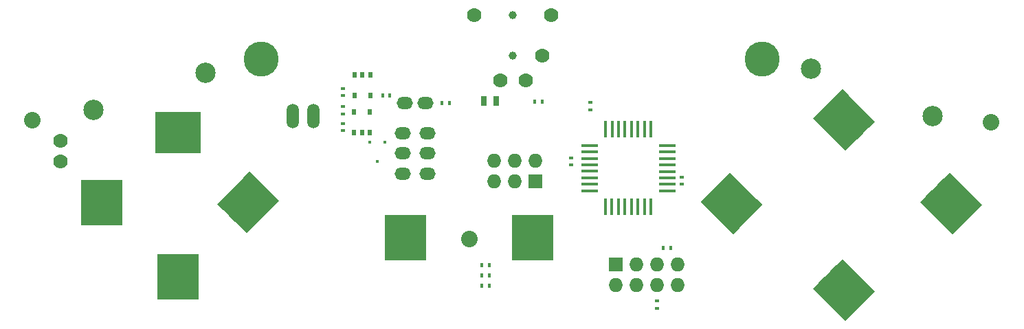
<source format=gts>
%FSLAX46Y46*%
G04 Gerber Fmt 4.6, Leading zero omitted, Abs format (unit mm)*
G04 Created by KiCad (PCBNEW (2014-10-27 BZR 5228)-product) date 1/4/2015 7:38:25 PM*
%MOMM*%
G01*
G04 APERTURE LIST*
%ADD10C,0.100000*%
%ADD11R,0.508000X0.762000*%
%ADD12C,4.318000*%
%ADD13C,2.032000*%
%ADD14R,1.998980X0.449580*%
%ADD15R,0.449580X1.998980*%
%ADD16R,1.727200X1.727200*%
%ADD17O,1.727200X1.727200*%
%ADD18C,2.499360*%
%ADD19O,1.506220X3.014980*%
%ADD20R,0.599440X0.398780*%
%ADD21R,0.398780X0.599440*%
%ADD22C,1.778000*%
%ADD23C,0.990600*%
%ADD24O,1.981200X1.501140*%
%ADD25R,0.400000X0.450000*%
%ADD26R,0.635000X1.143000*%
%ADD27R,1.066800X5.130800*%
%ADD28R,4.622800X1.066800*%
%ADD29R,5.130800X1.066800*%
%ADD30R,1.066800X4.622800*%
G04 APERTURE END LIST*
D10*
D11*
X45275500Y-8953500D03*
X43370500Y-8953500D03*
X45275500Y-11493500D03*
X44323000Y-8953500D03*
X43370500Y-11493500D03*
X43307000Y-16065500D03*
X45212000Y-16065500D03*
X43307000Y-13525500D03*
X44259500Y-16065500D03*
X45212000Y-13525500D03*
D12*
X31877000Y-6985000D03*
X93599000Y-6985000D03*
D13*
X3683000Y-14478000D03*
X121793000Y-14732000D03*
X57480200Y-29133800D03*
D14*
X72273160Y-23223220D03*
X72273160Y-22423120D03*
X72273160Y-21623020D03*
X72273160Y-20822920D03*
X72273160Y-20022820D03*
X72273160Y-19222720D03*
X72273160Y-18422620D03*
X72273160Y-17622520D03*
X81838800Y-17627600D03*
X81838800Y-23241000D03*
X81838800Y-22428200D03*
X81838800Y-21615400D03*
X81838800Y-20828000D03*
X81838800Y-20015200D03*
X81838800Y-19227800D03*
X81838800Y-18415000D03*
D15*
X74264520Y-15621000D03*
X75062080Y-15621000D03*
X75864720Y-15621000D03*
X76662280Y-15621000D03*
X77464920Y-15621000D03*
X78262480Y-15621000D03*
X79065120Y-15621000D03*
X79862680Y-15621000D03*
X74269600Y-25222200D03*
X75057000Y-25222200D03*
X75869800Y-25222200D03*
X76657200Y-25222200D03*
X77444600Y-25222200D03*
X78257400Y-25222200D03*
X79070200Y-25222200D03*
X79883000Y-25222200D03*
D16*
X75490000Y-32306000D03*
D17*
X75490000Y-34846000D03*
X78030000Y-32306000D03*
X78030000Y-34846000D03*
X80570000Y-32306000D03*
X80570000Y-34846000D03*
X83110000Y-32306000D03*
X83110000Y-34846000D03*
D16*
X65595500Y-22034500D03*
D17*
X65595500Y-19494500D03*
X63055500Y-22034500D03*
X63055500Y-19494500D03*
X60515500Y-22034500D03*
X60515500Y-19494500D03*
D18*
X11176000Y-13208000D03*
X25019000Y-8636000D03*
X99568000Y-8128000D03*
X114554000Y-13970000D03*
D19*
X38290500Y-14033500D03*
X35750500Y-14033500D03*
D20*
X70000000Y-20049580D03*
X70000000Y-19150420D03*
X41910000Y-15816580D03*
X41910000Y-14917420D03*
X41910000Y-12821920D03*
X41910000Y-13721080D03*
X41910000Y-11498580D03*
X41910000Y-10599420D03*
X72390000Y-12313920D03*
X72390000Y-13213080D03*
D21*
X47693580Y-11493500D03*
X46794420Y-11493500D03*
X54096920Y-12382500D03*
X54996080Y-12382500D03*
X82301080Y-30226000D03*
X81401920Y-30226000D03*
D22*
X58064400Y-1524000D03*
X67564000Y-1524000D03*
X61264800Y-9626600D03*
X64465200Y-9626600D03*
X66471800Y-6527800D03*
D23*
X62865000Y-1524000D03*
X62865000Y-6527800D03*
D20*
X83629500Y-22420580D03*
X83629500Y-21521420D03*
D24*
X49298860Y-16106140D03*
X52301140Y-16106140D03*
X52301140Y-18605500D03*
X49298860Y-18605500D03*
X52301140Y-21104860D03*
X49298860Y-21104860D03*
X49530000Y-12405360D03*
X52070000Y-12405360D03*
D21*
X65526920Y-12192000D03*
X66426080Y-12192000D03*
D20*
X80581500Y-36824920D03*
X80581500Y-37724080D03*
D21*
X59949080Y-32385000D03*
X59049920Y-32385000D03*
X59049920Y-33655000D03*
X59949080Y-33655000D03*
D25*
X47114500Y-17240000D03*
X45214500Y-17240000D03*
X46164500Y-19590000D03*
D21*
X59049920Y-34925000D03*
X59949080Y-34925000D03*
D22*
X7112000Y-17018000D03*
X7112000Y-19558000D03*
D26*
X59309000Y-12128500D03*
X60833000Y-12128500D03*
D27*
X19304000Y-16002000D03*
X23876000Y-16002000D03*
D28*
X21082000Y-13970000D03*
X22098000Y-14986000D03*
X21082000Y-16002000D03*
X22098000Y-17018000D03*
X21082000Y-18034000D03*
D10*
G36*
X89968605Y-28572628D02*
X89214264Y-27818287D01*
X92842287Y-24190264D01*
X93596628Y-24944605D01*
X89968605Y-28572628D01*
X89968605Y-28572628D01*
G37*
G36*
X86735713Y-25339736D02*
X85981372Y-24585395D01*
X89609395Y-20957372D01*
X90363736Y-21711713D01*
X86735713Y-25339736D01*
X86735713Y-25339736D01*
G37*
G36*
X89968605Y-28572628D02*
X86699792Y-25303815D01*
X87454133Y-24549474D01*
X90722946Y-27818287D01*
X89968605Y-28572628D01*
X89968605Y-28572628D01*
G37*
G36*
X89968605Y-27135787D02*
X86699792Y-23866974D01*
X87454133Y-23112633D01*
X90722946Y-26381446D01*
X89968605Y-27135787D01*
X89968605Y-27135787D01*
G37*
G36*
X91405446Y-27135787D02*
X88136633Y-23866974D01*
X88890974Y-23112633D01*
X92159787Y-26381446D01*
X91405446Y-27135787D01*
X91405446Y-27135787D01*
G37*
G36*
X91405446Y-25698946D02*
X88136633Y-22430133D01*
X88890974Y-21675792D01*
X92159787Y-24944605D01*
X91405446Y-25698946D01*
X91405446Y-25698946D01*
G37*
G36*
X92842287Y-25698946D02*
X89573474Y-22430133D01*
X90327815Y-21675792D01*
X93596628Y-24944605D01*
X92842287Y-25698946D01*
X92842287Y-25698946D01*
G37*
G36*
X103811605Y-18285628D02*
X103057264Y-17531287D01*
X106685287Y-13903264D01*
X107439628Y-14657605D01*
X103811605Y-18285628D01*
X103811605Y-18285628D01*
G37*
G36*
X100578713Y-15052736D02*
X99824372Y-14298395D01*
X103452395Y-10670372D01*
X104206736Y-11424713D01*
X100578713Y-15052736D01*
X100578713Y-15052736D01*
G37*
G36*
X103811605Y-18285628D02*
X100542792Y-15016815D01*
X101297133Y-14262474D01*
X104565946Y-17531287D01*
X103811605Y-18285628D01*
X103811605Y-18285628D01*
G37*
G36*
X103811605Y-16848787D02*
X100542792Y-13579974D01*
X101297133Y-12825633D01*
X104565946Y-16094446D01*
X103811605Y-16848787D01*
X103811605Y-16848787D01*
G37*
G36*
X105248446Y-16848787D02*
X101979633Y-13579974D01*
X102733974Y-12825633D01*
X106002787Y-16094446D01*
X105248446Y-16848787D01*
X105248446Y-16848787D01*
G37*
G36*
X105248446Y-15411946D02*
X101979633Y-12143133D01*
X102733974Y-11388792D01*
X106002787Y-14657605D01*
X105248446Y-15411946D01*
X105248446Y-15411946D01*
G37*
G36*
X106685287Y-15411946D02*
X103416474Y-12143133D01*
X104170815Y-11388792D01*
X107439628Y-14657605D01*
X106685287Y-15411946D01*
X106685287Y-15411946D01*
G37*
D29*
X65278000Y-31242000D03*
X65278000Y-26670000D03*
D30*
X63246000Y-29464000D03*
X64262000Y-28448000D03*
X65278000Y-29464000D03*
X66294000Y-28448000D03*
X67310000Y-29464000D03*
D29*
X49657000Y-31242000D03*
X49657000Y-26670000D03*
D30*
X47625000Y-29464000D03*
X48641000Y-28448000D03*
X49657000Y-29464000D03*
X50673000Y-28448000D03*
X51689000Y-29464000D03*
D10*
G36*
X26418372Y-24817605D02*
X27172713Y-24063264D01*
X30800736Y-27691287D01*
X30046395Y-28445628D01*
X26418372Y-24817605D01*
X26418372Y-24817605D01*
G37*
G36*
X29651264Y-21584713D02*
X30405605Y-20830372D01*
X34033628Y-24458395D01*
X33279287Y-25212736D01*
X29651264Y-21584713D01*
X29651264Y-21584713D01*
G37*
G36*
X26418372Y-24817605D02*
X29687185Y-21548792D01*
X30441526Y-22303133D01*
X27172713Y-25571946D01*
X26418372Y-24817605D01*
X26418372Y-24817605D01*
G37*
G36*
X27855213Y-24817605D02*
X31124026Y-21548792D01*
X31878367Y-22303133D01*
X28609554Y-25571946D01*
X27855213Y-24817605D01*
X27855213Y-24817605D01*
G37*
G36*
X27855213Y-26254446D02*
X31124026Y-22985633D01*
X31878367Y-23739974D01*
X28609554Y-27008787D01*
X27855213Y-26254446D01*
X27855213Y-26254446D01*
G37*
G36*
X29292054Y-26254446D02*
X32560867Y-22985633D01*
X33315208Y-23739974D01*
X30046395Y-27008787D01*
X29292054Y-26254446D01*
X29292054Y-26254446D01*
G37*
G36*
X29292054Y-27691287D02*
X32560867Y-24422474D01*
X33315208Y-25176815D01*
X30046395Y-28445628D01*
X29292054Y-27691287D01*
X29292054Y-27691287D01*
G37*
D29*
X12192000Y-26924000D03*
X12192000Y-22352000D03*
D30*
X10160000Y-25146000D03*
X11176000Y-24130000D03*
X12192000Y-25146000D03*
X13208000Y-24130000D03*
X14224000Y-25146000D03*
D29*
X21590000Y-36068000D03*
X21590000Y-31496000D03*
D30*
X19558000Y-34290000D03*
X20574000Y-33274000D03*
X21590000Y-34290000D03*
X22606000Y-33274000D03*
X23622000Y-34290000D03*
D10*
G36*
X103811605Y-39240628D02*
X103057264Y-38486287D01*
X106685287Y-34858264D01*
X107439628Y-35612605D01*
X103811605Y-39240628D01*
X103811605Y-39240628D01*
G37*
G36*
X100578713Y-36007736D02*
X99824372Y-35253395D01*
X103452395Y-31625372D01*
X104206736Y-32379713D01*
X100578713Y-36007736D01*
X100578713Y-36007736D01*
G37*
G36*
X103811605Y-39240628D02*
X100542792Y-35971815D01*
X101297133Y-35217474D01*
X104565946Y-38486287D01*
X103811605Y-39240628D01*
X103811605Y-39240628D01*
G37*
G36*
X103811605Y-37803787D02*
X100542792Y-34534974D01*
X101297133Y-33780633D01*
X104565946Y-37049446D01*
X103811605Y-37803787D01*
X103811605Y-37803787D01*
G37*
G36*
X105248446Y-37803787D02*
X101979633Y-34534974D01*
X102733974Y-33780633D01*
X106002787Y-37049446D01*
X105248446Y-37803787D01*
X105248446Y-37803787D01*
G37*
G36*
X105248446Y-36366946D02*
X101979633Y-33098133D01*
X102733974Y-32343792D01*
X106002787Y-35612605D01*
X105248446Y-36366946D01*
X105248446Y-36366946D01*
G37*
G36*
X106685287Y-36366946D02*
X103416474Y-33098133D01*
X104170815Y-32343792D01*
X107439628Y-35612605D01*
X106685287Y-36366946D01*
X106685287Y-36366946D01*
G37*
G36*
X117019605Y-28572628D02*
X116265264Y-27818287D01*
X119893287Y-24190264D01*
X120647628Y-24944605D01*
X117019605Y-28572628D01*
X117019605Y-28572628D01*
G37*
G36*
X113786713Y-25339736D02*
X113032372Y-24585395D01*
X116660395Y-20957372D01*
X117414736Y-21711713D01*
X113786713Y-25339736D01*
X113786713Y-25339736D01*
G37*
G36*
X117019605Y-28572628D02*
X113750792Y-25303815D01*
X114505133Y-24549474D01*
X117773946Y-27818287D01*
X117019605Y-28572628D01*
X117019605Y-28572628D01*
G37*
G36*
X117019605Y-27135787D02*
X113750792Y-23866974D01*
X114505133Y-23112633D01*
X117773946Y-26381446D01*
X117019605Y-27135787D01*
X117019605Y-27135787D01*
G37*
G36*
X118456446Y-27135787D02*
X115187633Y-23866974D01*
X115941974Y-23112633D01*
X119210787Y-26381446D01*
X118456446Y-27135787D01*
X118456446Y-27135787D01*
G37*
G36*
X118456446Y-25698946D02*
X115187633Y-22430133D01*
X115941974Y-21675792D01*
X119210787Y-24944605D01*
X118456446Y-25698946D01*
X118456446Y-25698946D01*
G37*
G36*
X119893287Y-25698946D02*
X116624474Y-22430133D01*
X117378815Y-21675792D01*
X120647628Y-24944605D01*
X119893287Y-25698946D01*
X119893287Y-25698946D01*
G37*
M02*

</source>
